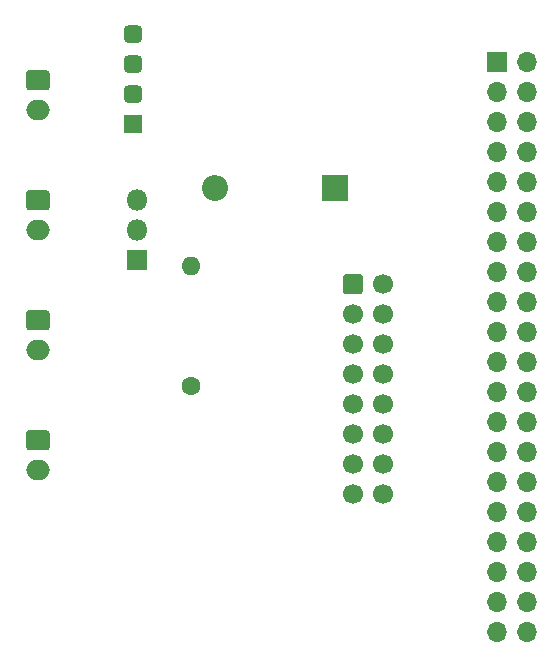
<source format=gbr>
%TF.GenerationSoftware,KiCad,Pcbnew,(5.1.8-0-10_14)*%
%TF.CreationDate,2021-03-29T15:35:27-04:00*%
%TF.ProjectId,PiHat,50694861-742e-46b6-9963-61645f706362,rev?*%
%TF.SameCoordinates,PX9b0780PY44cb540*%
%TF.FileFunction,Soldermask,Top*%
%TF.FilePolarity,Negative*%
%FSLAX46Y46*%
G04 Gerber Fmt 4.6, Leading zero omitted, Abs format (unit mm)*
G04 Created by KiCad (PCBNEW (5.1.8-0-10_14)) date 2021-03-29 15:35:27*
%MOMM*%
%LPD*%
G01*
G04 APERTURE LIST*
%ADD10C,1.700000*%
%ADD11O,1.700000X1.700000*%
%ADD12R,1.700000X1.700000*%
%ADD13O,2.000000X1.700000*%
%ADD14R,1.524000X1.524000*%
%ADD15O,1.800000X1.800000*%
%ADD16R,1.800000X1.800000*%
%ADD17O,2.200000X2.200000*%
%ADD18R,2.200000X2.200000*%
%ADD19C,1.600000*%
%ADD20O,1.600000X1.600000*%
G04 APERTURE END LIST*
D10*
%TO.C,J6*%
X35144000Y16188000D03*
X35144000Y18728000D03*
X35144000Y21268000D03*
X35144000Y23808000D03*
X35144000Y26348000D03*
X35144000Y28888000D03*
X35144000Y31428000D03*
X35144000Y33968000D03*
X32604000Y16188000D03*
X32604000Y18728000D03*
X32604000Y21268000D03*
X32604000Y23808000D03*
X32604000Y26348000D03*
X32604000Y28888000D03*
X32604000Y31428000D03*
G36*
G01*
X31754000Y33368000D02*
X31754000Y34568000D01*
G75*
G02*
X32004000Y34818000I250000J0D01*
G01*
X33204000Y34818000D01*
G75*
G02*
X33454000Y34568000I0J-250000D01*
G01*
X33454000Y33368000D01*
G75*
G02*
X33204000Y33118000I-250000J0D01*
G01*
X32004000Y33118000D01*
G75*
G02*
X31754000Y33368000I0J250000D01*
G01*
G37*
%TD*%
D11*
%TO.C,J1*%
X47336000Y4504000D03*
X44796000Y4504000D03*
X47336000Y7044000D03*
X44796000Y7044000D03*
X47336000Y9584000D03*
X44796000Y9584000D03*
X47336000Y12124000D03*
X44796000Y12124000D03*
X47336000Y14664000D03*
X44796000Y14664000D03*
X47336000Y17204000D03*
X44796000Y17204000D03*
X47336000Y19744000D03*
X44796000Y19744000D03*
X47336000Y22284000D03*
X44796000Y22284000D03*
X47336000Y24824000D03*
X44796000Y24824000D03*
X47336000Y27364000D03*
X44796000Y27364000D03*
X47336000Y29904000D03*
X44796000Y29904000D03*
X47336000Y32444000D03*
X44796000Y32444000D03*
X47336000Y34984000D03*
X44796000Y34984000D03*
X47336000Y37524000D03*
X44796000Y37524000D03*
X47336000Y40064000D03*
X44796000Y40064000D03*
X47336000Y42604000D03*
X44796000Y42604000D03*
X47336000Y45144000D03*
X44796000Y45144000D03*
X47336000Y47684000D03*
X44796000Y47684000D03*
X47336000Y50224000D03*
X44796000Y50224000D03*
X47336000Y52764000D03*
D12*
X44796000Y52764000D03*
%TD*%
D13*
%TO.C,J3*%
X5934000Y28420000D03*
G36*
G01*
X5184000Y31770000D02*
X6684000Y31770000D01*
G75*
G02*
X6934000Y31520000I0J-250000D01*
G01*
X6934000Y30320000D01*
G75*
G02*
X6684000Y30070000I-250000J0D01*
G01*
X5184000Y30070000D01*
G75*
G02*
X4934000Y30320000I0J250000D01*
G01*
X4934000Y31520000D01*
G75*
G02*
X5184000Y31770000I250000J0D01*
G01*
G37*
%TD*%
%TO.C,U1*%
G36*
G01*
X14367000Y54388000D02*
X13605000Y54388000D01*
G75*
G02*
X13224000Y54769000I0J381000D01*
G01*
X13224000Y55531000D01*
G75*
G02*
X13605000Y55912000I381000J0D01*
G01*
X14367000Y55912000D01*
G75*
G02*
X14748000Y55531000I0J-381000D01*
G01*
X14748000Y54769000D01*
G75*
G02*
X14367000Y54388000I-381000J0D01*
G01*
G37*
G36*
G01*
X14367000Y51848000D02*
X13605000Y51848000D01*
G75*
G02*
X13224000Y52229000I0J381000D01*
G01*
X13224000Y52991000D01*
G75*
G02*
X13605000Y53372000I381000J0D01*
G01*
X14367000Y53372000D01*
G75*
G02*
X14748000Y52991000I0J-381000D01*
G01*
X14748000Y52229000D01*
G75*
G02*
X14367000Y51848000I-381000J0D01*
G01*
G37*
G36*
G01*
X14367000Y49308000D02*
X13605000Y49308000D01*
G75*
G02*
X13224000Y49689000I0J381000D01*
G01*
X13224000Y50451000D01*
G75*
G02*
X13605000Y50832000I381000J0D01*
G01*
X14367000Y50832000D01*
G75*
G02*
X14748000Y50451000I0J-381000D01*
G01*
X14748000Y49689000D01*
G75*
G02*
X14367000Y49308000I-381000J0D01*
G01*
G37*
D14*
X13986000Y47530000D03*
%TD*%
D15*
%TO.C,Q1*%
X14316000Y41080000D03*
X14316000Y38540000D03*
D16*
X14316000Y36000000D03*
%TD*%
D17*
%TO.C,D1*%
X20920000Y42096000D03*
D18*
X31080000Y42096000D03*
%TD*%
%TO.C,J2*%
G36*
G01*
X5184000Y52090000D02*
X6684000Y52090000D01*
G75*
G02*
X6934000Y51840000I0J-250000D01*
G01*
X6934000Y50640000D01*
G75*
G02*
X6684000Y50390000I-250000J0D01*
G01*
X5184000Y50390000D01*
G75*
G02*
X4934000Y50640000I0J250000D01*
G01*
X4934000Y51840000D01*
G75*
G02*
X5184000Y52090000I250000J0D01*
G01*
G37*
D13*
X5934000Y48740000D03*
%TD*%
%TO.C,J4*%
X5934000Y18260000D03*
G36*
G01*
X5184000Y21610000D02*
X6684000Y21610000D01*
G75*
G02*
X6934000Y21360000I0J-250000D01*
G01*
X6934000Y20160000D01*
G75*
G02*
X6684000Y19910000I-250000J0D01*
G01*
X5184000Y19910000D01*
G75*
G02*
X4934000Y20160000I0J250000D01*
G01*
X4934000Y21360000D01*
G75*
G02*
X5184000Y21610000I250000J0D01*
G01*
G37*
%TD*%
%TO.C,J5*%
G36*
G01*
X5184000Y41930000D02*
X6684000Y41930000D01*
G75*
G02*
X6934000Y41680000I0J-250000D01*
G01*
X6934000Y40480000D01*
G75*
G02*
X6684000Y40230000I-250000J0D01*
G01*
X5184000Y40230000D01*
G75*
G02*
X4934000Y40480000I0J250000D01*
G01*
X4934000Y41680000D01*
G75*
G02*
X5184000Y41930000I250000J0D01*
G01*
G37*
X5934000Y38580000D03*
%TD*%
D19*
%TO.C,R1*%
X18888000Y25332000D03*
D20*
X18888000Y35492000D03*
%TD*%
M02*

</source>
